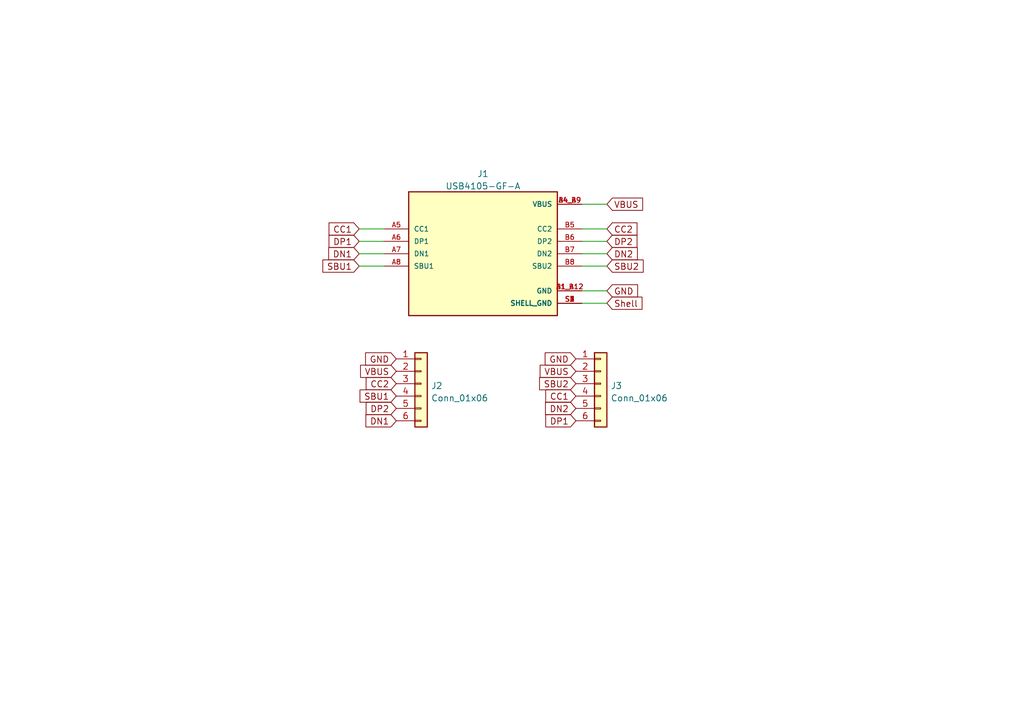
<source format=kicad_sch>
(kicad_sch (version 20211123) (generator eeschema)
  (paper "A5")
  (title_block (title "USB-C Breakout board") (date "2022-08-04") (rev "1"))
  (lib_symbols
    (symbol "Connector_Generic:Conn_01x06" (pin_names (offset 1.016) hide)
      (property "Reference" "J" (at 0 7.62 0))
      (property "Value" "Conn_01x06" (at 0 -10.16 0))
      (symbol "Conn_01x06_1_1"
        (rectangle (start -1.27 -7.493) (end 0 -7.747) (stroke (width 0.1524)))
        (rectangle (start -1.27 -4.953) (end 0 -5.207) (stroke (width 0.1524)))
        (rectangle (start -1.27 -2.413) (end 0 -2.667) (stroke (width 0.1524)))
        (rectangle (start -1.27 0.127) (end 0 -0.127) (stroke (width 0.1524)))
        (rectangle (start -1.27 2.667) (end 0 2.413) (stroke (width 0.1524)))
        (rectangle (start -1.27 5.207) (end 0 4.953) (stroke (width 0.1524)))
        (rectangle (start -1.27 6.35) (end 1.27 -8.89) (stroke (width 0.254)) (fill (type background)))
        (pin passive line (at -5.08 5.08 0) (length 3.81) (name "Pin_1") (number "1"))
        (pin passive line (at -5.08 2.54 0) (length 3.81) (name "Pin_2") (number "2"))
        (pin passive line (at -5.08 0 0) (length 3.81) (name "Pin_3") (number "3"))
        (pin passive line (at -5.08 -2.54 0) (length 3.81) (name "Pin_4") (number "4"))
        (pin passive line (at -5.08 -5.08 0) (length 3.81) (name "Pin_5") (number "5"))
        (pin passive line (at -5.08 -7.62 0) (length 3.81) (name "Pin_6") (number "6"))
      )
    )
    (symbol "USB4105-GF-A:USB4105-GF-A" (pin_names (offset 1.016))
      (property "Reference" "J" (at -15.24 13.97 0))
      (property "Value" "USB4105-GF-A" (at -15.24 -15.24 0))
      (symbol "USB4105-GF-A_0_0"
        (rectangle (start -15.24 -12.7) (end 15.24 12.7) (stroke (width 0.254)) (fill (type background)))
        (pin power_in line (at 20.32 -7.62 180) (length 5.08) (name "GND") (number "A1_B12"))
        (pin power_in line (at 20.32 10.16 180) (length 5.08) (name "VBUS") (number "A4_B9"))
        (pin bidirectional line (at -20.32 5.08 0) (length 5.08) (name "CC1") (number "A5"))
        (pin bidirectional line (at -20.32 2.54 0) (length 5.08) (name "DP1") (number "A6"))
        (pin bidirectional line (at -20.32 0 0) (length 5.08) (name "DN1") (number "A7"))
        (pin bidirectional line (at -20.32 -2.54 0) (length 5.08) (name "SBU1") (number "A8"))
        (pin power_in line (at 20.32 -7.62 180) (length 5.08) (name "GND") (number "B1_A12"))
        (pin power_in line (at 20.32 10.16 180) (length 5.08) (name "VBUS") (number "B4_A9"))
        (pin bidirectional line (at 20.32 5.08 180) (length 5.08) (name "CC2") (number "B5"))
        (pin bidirectional line (at 20.32 2.54 180) (length 5.08) (name "DP2") (number "B6"))
        (pin bidirectional line (at 20.32 0 180) (length 5.08) (name "DN2") (number "B7"))
        (pin bidirectional line (at 20.32 -2.54 180) (length 5.08) (name "SBU2") (number "B8"))
        (pin power_in line (at 20.32 -10.16 180) (length 5.08) (name "SHELL_GND") (number "S1"))
        (pin power_in line (at 20.32 -10.16 180) (length 5.08) (name "SHELL_GND") (number "S2"))
        (pin power_in line (at 20.32 -10.16 180) (length 5.08) (name "SHELL_GND") (number "S3"))
        (pin power_in line (at 20.32 -10.16 180) (length 5.08) (name "SHELL_GND") (number "S4"))
      )
    )
  )
  (wire (pts (xy 119.38 49.53) (xy 124.46 49.53)))
  (wire (pts (xy 119.38 59.69) (xy 124.46 59.69)))
  (wire (pts (xy 119.38 41.91) (xy 124.46 41.91)))
  (wire (pts (xy 119.38 46.99) (xy 124.46 46.99)))
  (wire (pts (xy 73.66 49.53) (xy 78.74 49.53)))
  (wire (pts (xy 119.38 52.07) (xy 124.46 52.07)))
  (wire (pts (xy 119.38 62.23) (xy 124.46 62.23)))
  (wire (pts (xy 73.66 54.61) (xy 78.74 54.61)))
  (wire (pts (xy 73.66 52.07) (xy 78.74 52.07)))
  (wire (pts (xy 73.66 46.99) (xy 78.74 46.99)))
  (wire (pts (xy 119.38 54.61) (xy 124.46 54.61)))
  (global_label "SBU1" (shape input) (at 73.66 54.61 180) (property "Intersheet References" "${INTERSHEET_REFS}" (effects hide)))
  (global_label "DN2" (shape input) (at 124.46 52.07 0) (property "Intersheet References" "${INTERSHEET_REFS}" (effects hide)))
  (global_label "CC1" (shape input) (at 73.66 46.99 180) (property "Intersheet References" "${INTERSHEET_REFS}" (effects hide)))
  (global_label "VBUS" (shape input) (at 118.11 76.2 180) (property "Intersheet References" "${INTERSHEET_REFS}" (effects hide)))
  (global_label "SBU2" (shape input) (at 124.46 54.61 0) (property "Intersheet References" "${INTERSHEET_REFS}" (effects hide)))
  (global_label "DN1" (shape input) (at 81.28 86.36 180) (property "Intersheet References" "${INTERSHEET_REFS}" (effects hide)))
  (global_label "GND" (shape input) (at 118.11 73.66 180) (property "Intersheet References" "${INTERSHEET_REFS}" (effects hide)))
  (global_label "DP2" (shape input) (at 81.28 83.82 180) (property "Intersheet References" "${INTERSHEET_REFS}" (effects hide)))
  (global_label "DP2" (shape input) (at 124.46 49.53 0) (property "Intersheet References" "${INTERSHEET_REFS}" (effects hide)))
  (global_label "DP1" (shape input) (at 118.11 86.36 180) (property "Intersheet References" "${INTERSHEET_REFS}" (effects hide)))
  (global_label "DP1" (shape input) (at 73.66 49.53 180) (property "Intersheet References" "${INTERSHEET_REFS}" (effects hide)))
  (global_label "SBU1" (shape input) (at 81.28 81.28 180) (property "Intersheet References" "${INTERSHEET_REFS}" (effects hide)))
  (global_label "Shell" (shape input) (at 124.46 62.23 0) (property "Intersheet References" "${INTERSHEET_REFS}" (effects hide)))
  (global_label "CC2" (shape input) (at 81.28 78.74 180) (property "Intersheet References" "${INTERSHEET_REFS}" (effects hide)))
  (global_label "DN2" (shape input) (at 118.11 83.82 180) (property "Intersheet References" "${INTERSHEET_REFS}" (effects hide)))
  (global_label "VBUS" (shape input) (at 81.28 76.2 180) (property "Intersheet References" "${INTERSHEET_REFS}" (effects hide)))
  (global_label "DN1" (shape input) (at 73.66 52.07 180) (property "Intersheet References" "${INTERSHEET_REFS}" (effects hide)))
  (global_label "VBUS" (shape input) (at 124.46 41.91 0) (property "Intersheet References" "${INTERSHEET_REFS}" (effects hide)))
  (global_label "GND" (shape input) (at 124.46 59.69 0) (property "Intersheet References" "${INTERSHEET_REFS}" (effects hide)))
  (global_label "GND" (shape input) (at 81.28 73.66 180) (property "Intersheet References" "${INTERSHEET_REFS}" (effects hide)))
  (global_label "CC1" (shape input) (at 118.11 81.28 180) (property "Intersheet References" "${INTERSHEET_REFS}" (effects hide)))
  (global_label "CC2" (shape input) (at 124.46 46.99 0) (property "Intersheet References" "${INTERSHEET_REFS}" (effects hide)))
  (global_label "SBU2" (shape input) (at 118.11 78.74 180) (property "Intersheet References" "${INTERSHEET_REFS}" (effects hide)))
  (symbol (lib_id "USB4105-GF-A:USB4105-GF-A") (at 99.06 52.07 0) (unit 1)
    (property "Reference" "J1" (at 99.06 35.6702 0))
    (property "Value" "USB4105-GF-A" (at 99.06 38.2071 0))
    (property "Footprint" "USB4105-GF-A:GCT_USB4105-GF-A" (effects hide))
    (property "PARTREV" "A3" (effects hide))
    (property "MANUFACTURER" "GCT" (effects hide))
    (property "MAXIMUM_PACKAGE_HEIGHT" "3.31 mm" (effects hide))
    (property "STANDARD" "Manufacturer Recommendations" (effects hide))
  )
  (symbol (lib_id "Connector_Generic:Conn_01x06") (at 123.19 78.74 0) (unit 1)
    (property "Reference" "J3" (at 125.222 79.1753 0) (effects (justify left)))
    (property "Value" "Conn_01x06" (at 125.222 81.7122 0) (effects (justify left)))
    (property "Footprint" "Connector_PinHeader_2.54mm:PinHeader_1x06_P2.54mm_Vertical" (effects hide))
  )
  (symbol (lib_id "Connector_Generic:Conn_01x06") (at 86.36 78.74 0) (unit 1)
    (property "Reference" "J2" (at 88.392 79.1753 0) (effects (justify left)))
    (property "Value" "Conn_01x06" (at 88.392 81.7122 0) (effects (justify left)))
    (property "Footprint" "Connector_PinHeader_2.54mm:PinHeader_1x06_P2.54mm_Vertical" (effects hide))
  )
)
</source>
